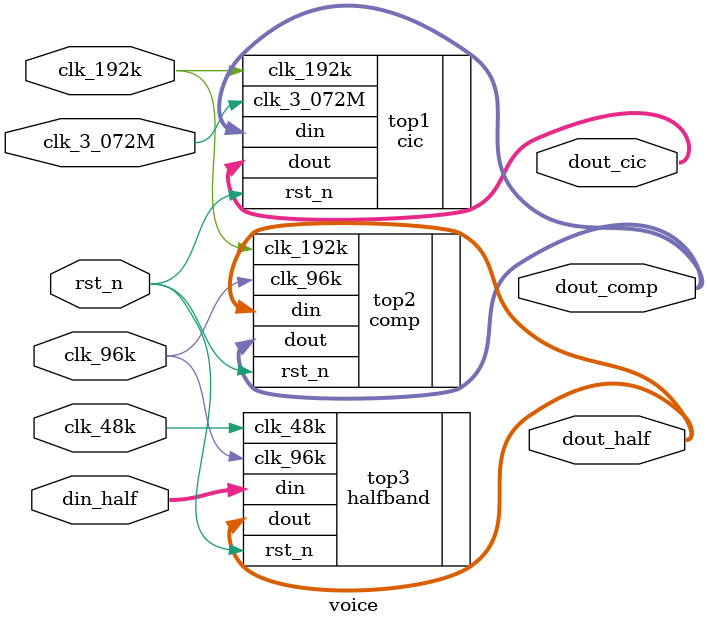
<source format=v>
module voice (
    input clk_48k,
    input clk_96k,
    input clk_192k,
    input clk_3_072M,
    input rst_n,
    input [15:0] din_half,
    output  [15:0] dout_cic,
    output  [16:0] dout_comp,
    output  [15:0] dout_half
);
cic top1(
      .clk_192k(clk_192k),
      .clk_3_072M(clk_3_072M),
      .rst_n(rst_n),
      .din(dout_comp),
      .dout(dout_cic)
    );
    comp top2(
     .clk_96k(clk_96k),
     .clk_192k(clk_192k),
     .rst_n(rst_n),
     .din(dout_half),
     .dout(dout_comp)
    );
    halfband top3(
     .clk_48k(clk_48k),
     .clk_96k(clk_96k),
     .rst_n(rst_n),
     .din(din_half),
     .dout(dout_half)
    );
endmodule
</source>
